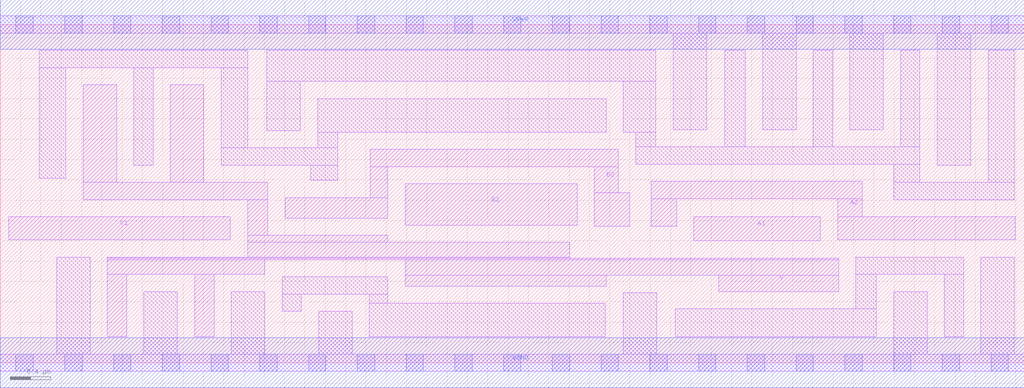
<source format=lef>
# Copyright 2020 The SkyWater PDK Authors
#
# Licensed under the Apache License, Version 2.0 (the "License");
# you may not use this file except in compliance with the License.
# You may obtain a copy of the License at
#
#     https://www.apache.org/licenses/LICENSE-2.0
#
# Unless required by applicable law or agreed to in writing, software
# distributed under the License is distributed on an "AS IS" BASIS,
# WITHOUT WARRANTIES OR CONDITIONS OF ANY KIND, either express or implied.
# See the License for the specific language governing permissions and
# limitations under the License.
#
# SPDX-License-Identifier: Apache-2.0

VERSION 5.7 ;
  NAMESCASESENSITIVE ON ;
  NOWIREEXTENSIONATPIN ON ;
  DIVIDERCHAR "/" ;
  BUSBITCHARS "[]" ;
UNITS
  DATABASE MICRONS 200 ;
END UNITS
MACRO sky130_fd_sc_lp__a221oi_4
  CLASS CORE ;
  FOREIGN sky130_fd_sc_lp__a221oi_4 ;
  ORIGIN  0.000000  0.000000 ;
  SIZE  10.08000 BY  3.330000 ;
  SYMMETRY X Y R90 ;
  SITE unit ;
  PIN A1
    ANTENNAGATEAREA  1.260000 ;
    DIRECTION INPUT ;
    USE SIGNAL ;
    PORT
      LAYER li1 ;
        RECT 6.830000 1.200000 8.075000 1.435000 ;
    END
  END A1
  PIN A2
    ANTENNAGATEAREA  1.260000 ;
    DIRECTION INPUT ;
    USE SIGNAL ;
    PORT
      LAYER li1 ;
        RECT 6.410000 1.345000 6.660000 1.615000 ;
        RECT 6.410000 1.615000 8.485000 1.785000 ;
        RECT 8.245000 1.210000 9.995000 1.435000 ;
        RECT 8.245000 1.435000 8.485000 1.615000 ;
    END
  END A2
  PIN B1
    ANTENNAGATEAREA  1.260000 ;
    DIRECTION INPUT ;
    USE SIGNAL ;
    PORT
      LAYER li1 ;
        RECT 3.985000 1.355000 5.680000 1.760000 ;
    END
  END B1
  PIN B2
    ANTENNAGATEAREA  1.260000 ;
    DIRECTION INPUT ;
    USE SIGNAL ;
    PORT
      LAYER li1 ;
        RECT 2.805000 1.425000 3.815000 1.625000 ;
        RECT 3.645000 1.625000 3.815000 1.930000 ;
        RECT 3.645000 1.930000 6.085000 2.100000 ;
        RECT 5.850000 1.345000 6.200000 1.675000 ;
        RECT 5.850000 1.675000 6.085000 1.930000 ;
    END
  END B2
  PIN C1
    ANTENNAGATEAREA  1.260000 ;
    DIRECTION INPUT ;
    USE SIGNAL ;
    PORT
      LAYER li1 ;
        RECT 0.085000 1.210000 2.265000 1.435000 ;
    END
  END C1
  PIN Y
    ANTENNADIFFAREA  2.116800 ;
    DIRECTION OUTPUT ;
    USE SIGNAL ;
    PORT
      LAYER li1 ;
        RECT 0.815000 1.605000 2.635000 1.775000 ;
        RECT 0.815000 1.775000 1.145000 2.735000 ;
        RECT 1.055000 0.255000 1.245000 0.870000 ;
        RECT 1.055000 0.870000 2.605000 1.015000 ;
        RECT 1.055000 1.015000 8.255000 1.030000 ;
        RECT 1.055000 1.030000 5.605000 1.040000 ;
        RECT 1.675000 1.775000 2.005000 2.735000 ;
        RECT 1.915000 0.255000 2.105000 0.870000 ;
        RECT 2.435000 1.040000 5.605000 1.185000 ;
        RECT 2.435000 1.185000 3.815000 1.255000 ;
        RECT 2.435000 1.255000 2.635000 1.605000 ;
        RECT 3.985000 0.755000 5.965000 0.860000 ;
        RECT 3.985000 0.860000 8.255000 1.015000 ;
        RECT 7.075000 0.700000 8.255000 0.860000 ;
    END
  END Y
  PIN VGND
    DIRECTION INOUT ;
    USE GROUND ;
    PORT
      LAYER met1 ;
        RECT 0.000000 -0.245000 10.080000 0.245000 ;
    END
  END VGND
  PIN VPWR
    DIRECTION INOUT ;
    USE POWER ;
    PORT
      LAYER met1 ;
        RECT 0.000000 3.085000 10.080000 3.575000 ;
    END
  END VPWR
  OBS
    LAYER li1 ;
      RECT 0.000000 -0.085000 10.080000 0.085000 ;
      RECT 0.000000  3.245000 10.080000 3.415000 ;
      RECT 0.385000  1.815000  0.645000 2.905000 ;
      RECT 0.385000  2.905000  2.435000 3.075000 ;
      RECT 0.555000  0.085000  0.885000 1.040000 ;
      RECT 1.315000  1.945000  1.505000 2.905000 ;
      RECT 1.415000  0.085000  1.745000 0.700000 ;
      RECT 2.175000  1.945000  3.325000 2.115000 ;
      RECT 2.175000  2.115000  2.435000 2.905000 ;
      RECT 2.275000  0.085000  2.605000 0.700000 ;
      RECT 2.625000  2.285000  2.955000 2.770000 ;
      RECT 2.625000  2.770000  6.455000 3.075000 ;
      RECT 2.775000  0.505000  2.965000 0.675000 ;
      RECT 2.775000  0.675000  3.815000 0.845000 ;
      RECT 3.055000  1.795000  3.325000 1.945000 ;
      RECT 3.125000  2.115000  3.325000 2.270000 ;
      RECT 3.125000  2.270000  5.965000 2.600000 ;
      RECT 3.135000  0.085000  3.465000 0.505000 ;
      RECT 3.635000  0.255000  5.955000 0.585000 ;
      RECT 3.635000  0.585000  3.815000 0.675000 ;
      RECT 6.135000  0.085000  6.465000 0.690000 ;
      RECT 6.135000  2.270000  6.455000 2.770000 ;
      RECT 6.255000  1.955000  9.055000 2.125000 ;
      RECT 6.255000  2.125000  6.455000 2.270000 ;
      RECT 6.625000  2.295000  6.955000 3.245000 ;
      RECT 6.645000  0.255000  8.625000 0.530000 ;
      RECT 7.135000  2.125000  7.335000 3.075000 ;
      RECT 7.505000  2.295000  7.835000 3.245000 ;
      RECT 8.005000  2.125000  8.195000 3.075000 ;
      RECT 8.365000  2.295000  8.695000 3.245000 ;
      RECT 8.425000  0.530000  8.625000 0.870000 ;
      RECT 8.425000  0.870000  9.485000 1.040000 ;
      RECT 8.795000  0.085000  9.125000 0.700000 ;
      RECT 8.795000  1.605000  9.985000 1.775000 ;
      RECT 8.795000  1.775000  9.055000 1.955000 ;
      RECT 8.865000  2.125000  9.055000 3.075000 ;
      RECT 9.225000  1.945000  9.555000 3.245000 ;
      RECT 9.295000  0.255000  9.485000 0.870000 ;
      RECT 9.655000  0.085000  9.985000 1.040000 ;
      RECT 9.725000  1.775000  9.985000 3.075000 ;
    LAYER mcon ;
      RECT 0.155000 -0.085000 0.325000 0.085000 ;
      RECT 0.155000  3.245000 0.325000 3.415000 ;
      RECT 0.635000 -0.085000 0.805000 0.085000 ;
      RECT 0.635000  3.245000 0.805000 3.415000 ;
      RECT 1.115000 -0.085000 1.285000 0.085000 ;
      RECT 1.115000  3.245000 1.285000 3.415000 ;
      RECT 1.595000 -0.085000 1.765000 0.085000 ;
      RECT 1.595000  3.245000 1.765000 3.415000 ;
      RECT 2.075000 -0.085000 2.245000 0.085000 ;
      RECT 2.075000  3.245000 2.245000 3.415000 ;
      RECT 2.555000 -0.085000 2.725000 0.085000 ;
      RECT 2.555000  3.245000 2.725000 3.415000 ;
      RECT 3.035000 -0.085000 3.205000 0.085000 ;
      RECT 3.035000  3.245000 3.205000 3.415000 ;
      RECT 3.515000 -0.085000 3.685000 0.085000 ;
      RECT 3.515000  3.245000 3.685000 3.415000 ;
      RECT 3.995000 -0.085000 4.165000 0.085000 ;
      RECT 3.995000  3.245000 4.165000 3.415000 ;
      RECT 4.475000 -0.085000 4.645000 0.085000 ;
      RECT 4.475000  3.245000 4.645000 3.415000 ;
      RECT 4.955000 -0.085000 5.125000 0.085000 ;
      RECT 4.955000  3.245000 5.125000 3.415000 ;
      RECT 5.435000 -0.085000 5.605000 0.085000 ;
      RECT 5.435000  3.245000 5.605000 3.415000 ;
      RECT 5.915000 -0.085000 6.085000 0.085000 ;
      RECT 5.915000  3.245000 6.085000 3.415000 ;
      RECT 6.395000 -0.085000 6.565000 0.085000 ;
      RECT 6.395000  3.245000 6.565000 3.415000 ;
      RECT 6.875000 -0.085000 7.045000 0.085000 ;
      RECT 6.875000  3.245000 7.045000 3.415000 ;
      RECT 7.355000 -0.085000 7.525000 0.085000 ;
      RECT 7.355000  3.245000 7.525000 3.415000 ;
      RECT 7.835000 -0.085000 8.005000 0.085000 ;
      RECT 7.835000  3.245000 8.005000 3.415000 ;
      RECT 8.315000 -0.085000 8.485000 0.085000 ;
      RECT 8.315000  3.245000 8.485000 3.415000 ;
      RECT 8.795000 -0.085000 8.965000 0.085000 ;
      RECT 8.795000  3.245000 8.965000 3.415000 ;
      RECT 9.275000 -0.085000 9.445000 0.085000 ;
      RECT 9.275000  3.245000 9.445000 3.415000 ;
      RECT 9.755000 -0.085000 9.925000 0.085000 ;
      RECT 9.755000  3.245000 9.925000 3.415000 ;
  END
END sky130_fd_sc_lp__a221oi_4
END LIBRARY

</source>
